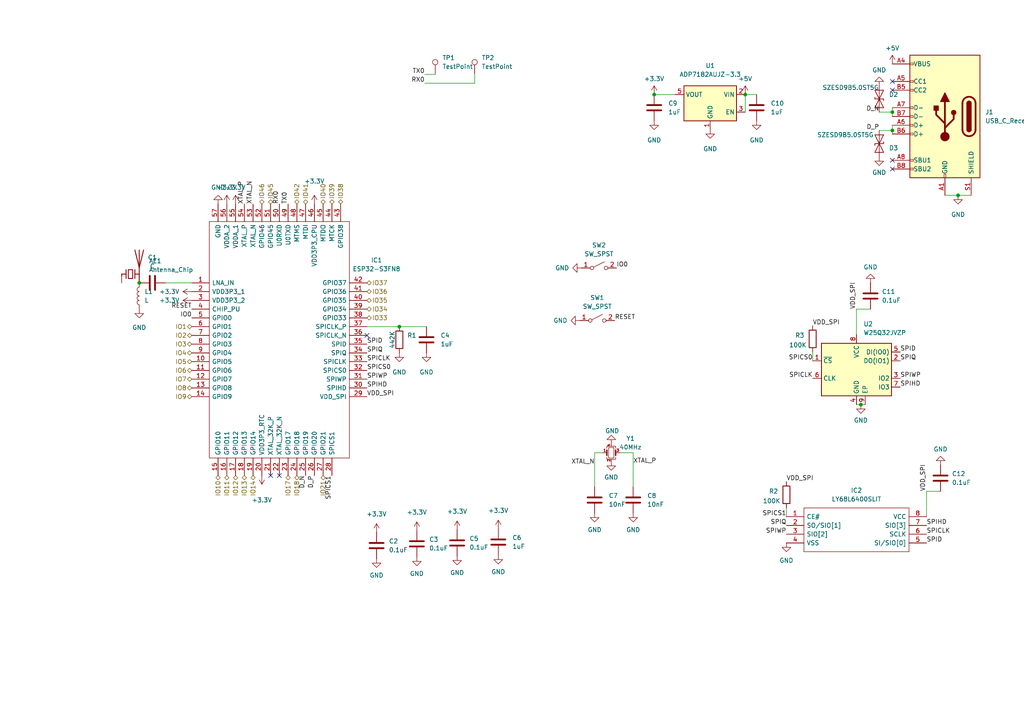
<source format=kicad_sch>
(kicad_sch (version 20211123) (generator eeschema)
  (paper "A4")
  (lib_symbols
    (symbol "Connector:TestPoint" (pin_numbers hide) (pin_names (offset 0.762) hide)
      (property "Reference" "TP" (at 0 6.858 0))
      (property "Value" "TestPoint" (at 0 5.08 0))
      (symbol "TestPoint_0_1"
        (circle (center 0 3.302) (radius 0.762))
      )
      (symbol "TestPoint_1_1"
        (pin passive line (at 0 0 90) (length 2.54) (name "1") (number "1"))
      )
    )
    (symbol "Connector:USB_C_Receptacle_USB2.0" (pin_names (offset 1.016))
      (property "Reference" "J" (at -10.16 19.05 0))
      (property "Value" "USB_C_Receptacle_USB2.0" (at 19.05 19.05 0))
      (symbol "USB_C_Receptacle_USB2.0_0_0"
        (rectangle (start -0.254 -17.78) (end 0.254 -16.764))
        (rectangle (start 10.16 -14.986) (end 9.144 -15.494))
        (rectangle (start 10.16 -12.446) (end 9.144 -12.954))
        (rectangle (start 10.16 -4.826) (end 9.144 -5.334))
        (rectangle (start 10.16 -2.286) (end 9.144 -2.794))
        (rectangle (start 10.16 0.254) (end 9.144 -0.254))
        (rectangle (start 10.16 2.794) (end 9.144 2.286))
        (rectangle (start 10.16 7.874) (end 9.144 7.366))
        (rectangle (start 10.16 10.414) (end 9.144 9.906))
        (rectangle (start 10.16 15.494) (end 9.144 14.986))
      )
      (symbol "USB_C_Receptacle_USB2.0_0_1"
        (rectangle (start -10.16 17.78) (end 10.16 -17.78) (stroke (width 0.254)) (fill (type background)))
        (arc (start -8.89 -3.81) (mid -6.985 -5.715) (end -5.08 -3.81) (stroke (width 0.508)))
        (arc (start -7.62 -3.81) (mid -6.985 -4.445) (end -6.35 -3.81) (stroke (width 0.254)))
        (arc (start -7.62 -3.81) (mid -6.985 -4.445) (end -6.35 -3.81) (stroke (width 0.254)) (fill (type outline)))
        (rectangle (start -7.62 -3.81) (end -6.35 3.81) (stroke (width 0.254)) (fill (type outline)))
        (arc (start -6.35 3.81) (mid -6.985 4.445) (end -7.62 3.81) (stroke (width 0.254)))
        (arc (start -6.35 3.81) (mid -6.985 4.445) (end -7.62 3.81) (stroke (width 0.254)) (fill (type outline)))
        (arc (start -5.08 3.81) (mid -6.985 5.715) (end -8.89 3.81) (stroke (width 0.508)))
        (circle (center -2.54 1.143) (radius 0.635) (stroke (width 0.254)) (fill (type outline)))
        (circle (center 0 -5.842) (radius 1.27) (fill (type outline)))
        (polyline (pts (xy -8.89 -3.81) (xy -8.89 3.81)) (stroke (width 0.508)))
        (polyline (pts (xy -5.08 3.81) (xy -5.08 -3.81)) (stroke (width 0.508)))
        (polyline (pts (xy 0 -5.842) (xy 0 4.318)) (stroke (width 0.508)))
        (polyline (pts (xy 0 -3.302) (xy -2.54 -0.762) (xy -2.54 0.508)) (stroke (width 0.508)))
        (polyline (pts (xy 0 -2.032) (xy 2.54 0.508) (xy 2.54 1.778)) (stroke (width 0.508)))
        (polyline (pts (xy -1.27 4.318) (xy 0 6.858) (xy 1.27 4.318) (xy -1.27 4.318)) (stroke (width 0.254)) (fill (type outline)))
        (rectangle (start 1.905 1.778) (end 3.175 3.048) (stroke (width 0.254)) (fill (type outline)))
      )
      (symbol "USB_C_Receptacle_USB2.0_1_1"
        (pin passive line (at 0 -22.86 90) (length 5.08) (name "GND") (number "A1"))
        (pin passive line (at 0 -22.86 90) (length 5.08) hide (name "GND") (number "A12"))
        (pin passive line (at 15.24 15.24 180) (length 5.08) (name "VBUS") (number "A4"))
        (pin bidirectional line (at 15.24 10.16 180) (length 5.08) (name "CC1") (number "A5"))
        (pin bidirectional line (at 15.24 -2.54 180) (length 5.08) (name "D+") (number "A6"))
        (pin bidirectional line (at 15.24 2.54 180) (length 5.08) (name "D-") (number "A7"))
        (pin bidirectional line (at 15.24 -12.7 180) (length 5.08) (name "SBU1") (number "A8"))
        (pin passive line (at 15.24 15.24 180) (length 5.08) hide (name "VBUS") (number "A9"))
        (pin passive line (at 0 -22.86 90) (length 5.08) hide (name "GND") (number "B1"))
        (pin passive line (at 0 -22.86 90) (length 5.08) hide (name "GND") (number "B12"))
        (pin passive line (at 15.24 15.24 180) (length 5.08) hide (name "VBUS") (number "B4"))
        (pin bidirectional line (at 15.24 7.62 180) (length 5.08) (name "CC2") (number "B5"))
        (pin bidirectional line (at 15.24 -5.08 180) (length 5.08) (name "D+") (number "B6"))
        (pin bidirectional line (at 15.24 0 180) (length 5.08) (name "D-") (number "B7"))
        (pin bidirectional line (at 15.24 -15.24 180) (length 5.08) (name "SBU2") (number "B8"))
        (pin passive line (at 15.24 15.24 180) (length 5.08) hide (name "VBUS") (number "B9"))
        (pin passive line (at -7.62 -22.86 90) (length 5.08) (name "SHIELD") (number "S1"))
      )
    )
    (symbol "Device:Antenna_Chip" (pin_numbers hide) (pin_names (offset 1.016) hide)
      (property "Reference" "AE" (at 0 5.08 0))
      (property "Value" "Antenna_Chip" (at 0 3.175 0))
      (symbol "Antenna_Chip_0_1"
        (polyline (pts (xy -2.54 0) (xy -2.54 -0.635)) (stroke (width 0.254)))
        (polyline (pts (xy -2.54 0) (xy -1.27 0)) (stroke (width 0.254)))
        (polyline (pts (xy 1.27 0) (xy 2.54 0)) (stroke (width 0.254)))
        (polyline (pts (xy 1.27 1.27) (xy 1.27 -1.27)) (stroke (width 0.254)))
        (polyline (pts (xy 2.54 -0.635) (xy 2.54 0)))
        (polyline (pts (xy 2.54 6.985) (xy 2.54 -1.905)) (stroke (width 0.254)))
        (polyline (pts (xy -1.27 1.27) (xy -1.27 -1.27) (xy -1.27 0)) (stroke (width 0.254)))
        (polyline (pts (xy 3.81 6.985) (xy 2.54 1.905) (xy 1.27 6.985)) (stroke (width 0.254)))
        (polyline (pts (xy -0.635 1.27) (xy 0.635 1.27) (xy 0.635 -1.27) (xy -0.635 -1.27) (xy -0.635 1.27)) (stroke (width 0.254)))
      )
      (symbol "Antenna_Chip_1_1"
        (pin input line (at -2.54 -2.54 90) (length 2.54) (name "FEED") (number "1"))
        (pin passive line (at 2.54 -2.54 90) (length 2.54) (name "PCB_Trace") (number "2"))
      )
    )
    (symbol "Device:C" (pin_numbers hide) (pin_names (offset 0.254))
      (property "Reference" "C" (at 0.635 2.54 0))
      (property "Value" "C" (at 0.635 -2.54 0))
      (symbol "C_0_1"
        (polyline (pts (xy -2.032 -0.762) (xy 2.032 -0.762)) (stroke (width 0.508)))
        (polyline (pts (xy -2.032 0.762) (xy 2.032 0.762)) (stroke (width 0.508)))
      )
      (symbol "C_1_1"
        (pin passive line (at 0 3.81 270) (length 2.794) (name "~") (number "1"))
        (pin passive line (at 0 -3.81 90) (length 2.794) (name "~") (number "2"))
      )
    )
    (symbol "Device:Crystal_GND24_Small" (pin_names (offset 1.016) hide)
      (property "Reference" "Y" (at 1.27 4.445 0))
      (property "Value" "Crystal_GND24_Small" (at 1.27 2.54 0))
      (symbol "Crystal_GND24_Small_0_1"
        (rectangle (start -0.762 -1.524) (end 0.762 1.524))
        (polyline (pts (xy -1.27 -0.762) (xy -1.27 0.762)) (stroke (width 0.381)))
        (polyline (pts (xy 1.27 -0.762) (xy 1.27 0.762)) (stroke (width 0.381)))
        (polyline (pts (xy -1.27 -1.27) (xy -1.27 -1.905) (xy 1.27 -1.905) (xy 1.27 -1.27)))
        (polyline (pts (xy -1.27 1.27) (xy -1.27 1.905) (xy 1.27 1.905) (xy 1.27 1.27)))
      )
      (symbol "Crystal_GND24_Small_1_1"
        (pin passive line (at -2.54 0 0) (length 1.27) (name "1") (number "1"))
        (pin passive line (at 0 -2.54 90) (length 0.635) (name "2") (number "2"))
        (pin passive line (at 2.54 0 180) (length 1.27) (name "3") (number "3"))
        (pin passive line (at 0 2.54 270) (length 0.635) (name "4") (number "4"))
      )
    )
    (symbol "Device:L" (pin_numbers hide) (pin_names (offset 1.016) hide)
      (property "Reference" "L" (at -1.27 0 90))
      (property "Value" "L" (at 1.905 0 90))
      (symbol "L_0_1"
        (arc (start 0 -2.54) (mid 0.635 -1.905) (end 0 -1.27))
        (arc (start 0 -1.27) (mid 0.635 -0.635) (end 0 0))
        (arc (start 0 0) (mid 0.635 0.635) (end 0 1.27))
        (arc (start 0 1.27) (mid 0.635 1.905) (end 0 2.54))
      )
      (symbol "L_1_1"
        (pin passive line (at 0 3.81 270) (length 1.27) (name "1") (number "1"))
        (pin passive line (at 0 -3.81 90) (length 1.27) (name "2") (number "2"))
      )
    )
    (symbol "Device:R" (pin_numbers hide) (pin_names (offset 0))
      (property "Reference" "R" (at 2.032 0 90))
      (property "Value" "R" (at 0 0 90))
      (symbol "R_0_1"
        (rectangle (start -1.016 -2.54) (end 1.016 2.54) (stroke (width 0.254)))
      )
      (symbol "R_1_1"
        (pin passive line (at 0 3.81 270) (length 1.27) (name "~") (number "1"))
        (pin passive line (at 0 -3.81 90) (length 1.27) (name "~") (number "2"))
      )
    )
    (symbol "Diode:SZESD9B5.0ST5G" (pin_numbers hide) (pin_names (offset 1.016) hide)
      (property "Reference" "D" (at 0 2.54 0))
      (property "Value" "SZESD9B5.0ST5G" (at 0 -2.54 0))
      (symbol "SZESD9B5.0ST5G_0_1"
        (polyline (pts (xy 1.27 0) (xy -1.27 0)))
        (polyline (pts (xy -2.54 -1.27) (xy 0 0) (xy -2.54 1.27) (xy -2.54 -1.27)) (stroke (width 0.2032)))
        (polyline (pts (xy 0.508 1.27) (xy 0 1.27) (xy 0 -1.27) (xy -0.508 -1.27)) (stroke (width 0.2032)))
        (polyline (pts (xy 2.54 1.27) (xy 2.54 -1.27) (xy 0 0) (xy 2.54 1.27)) (stroke (width 0.2032)))
      )
      (symbol "SZESD9B5.0ST5G_1_1"
        (pin passive line (at -3.81 0 0) (length 2.54) (name "A1") (number "1"))
        (pin passive line (at 3.81 0 180) (length 2.54) (name "A2") (number "2"))
      )
    )
    (symbol "ESP32-S3FN8:ESP32-S3FN8" (pin_names (offset 0.762))
      (property "Reference" "IC" (at 46.99 22.86 0))
      (property "Value" "ESP32-S3FN8" (at 46.99 20.32 0))
      (symbol "ESP32-S3FN8_0_0"
        (pin passive line (at 0 0 0) (length 5.08) (name "LNA_IN") (number "1"))
        (pin passive line (at 0 -22.86 0) (length 5.08) (name "GPIO5") (number "10"))
        (pin passive line (at 0 -25.4 0) (length 5.08) (name "GPIO6") (number "11"))
        (pin passive line (at 0 -27.94 0) (length 5.08) (name "GPIO7") (number "12"))
        (pin passive line (at 0 -30.48 0) (length 5.08) (name "GPIO8") (number "13"))
        (pin passive line (at 0 -33.02 0) (length 5.08) (name "GPIO9") (number "14"))
        (pin passive line (at 7.62 -55.88 90) (length 5.08) (name "GPIO10") (number "15"))
        (pin passive line (at 10.16 -55.88 90) (length 5.08) (name "GPIO11") (number "16"))
        (pin passive line (at 12.7 -55.88 90) (length 5.08) (name "GPIO12") (number "17"))
        (pin passive line (at 15.24 -55.88 90) (length 5.08) (name "GPIO13") (number "18"))
        (pin passive line (at 17.78 -55.88 90) (length 5.08) (name "GPIO14") (number "19"))
        (pin passive line (at 0 -2.54 0) (length 5.08) (name "VDD3P3_1") (number "2"))
        (pin passive line (at 20.32 -55.88 90) (length 5.08) (name "VDD3P3_RTC") (number "20"))
        (pin passive line (at 22.86 -55.88 90) (length 5.08) (name "XTAL_32K_P") (number "21"))
        (pin passive line (at 25.4 -55.88 90) (length 5.08) (name "XTAL_32K_N") (number "22"))
        (pin passive line (at 27.94 -55.88 90) (length 5.08) (name "GPIO17") (number "23"))
        (pin passive line (at 30.48 -55.88 90) (length 5.08) (name "GPIO18") (number "24"))
        (pin passive line (at 33.02 -55.88 90) (length 5.08) (name "GPIO19") (number "25"))
        (pin passive line (at 35.56 -55.88 90) (length 5.08) (name "GPIO20") (number "26"))
        (pin passive line (at 38.1 -55.88 90) (length 5.08) (name "GPIO21") (number "27"))
        (pin passive line (at 40.64 -55.88 90) (length 5.08) (name "SPICS1") (number "28"))
        (pin passive line (at 50.8 -33.02 180) (length 5.08) (name "VDD_SPI") (number "29"))
        (pin passive line (at 0 -5.08 0) (length 5.08) (name "VDD3P3_2") (number "3"))
        (pin passive line (at 50.8 -30.48 180) (length 5.08) (name "SPIHD") (number "30"))
        (pin passive line (at 50.8 -27.94 180) (length 5.08) (name "SPIWP") (number "31"))
        (pin passive line (at 50.8 -25.4 180) (length 5.08) (name "SPICS0") (number "32"))
        (pin passive line (at 50.8 -22.86 180) (length 5.08) (name "SPICLK") (number "33"))
        (pin passive line (at 50.8 -20.32 180) (length 5.08) (name "SPIQ") (number "34"))
        (pin passive line (at 50.8 -17.78 180) (length 5.08) (name "SPID") (number "35"))
        (pin passive line (at 50.8 -15.24 180) (length 5.08) (name "SPICLK_N") (number "36"))
        (pin passive line (at 50.8 -12.7 180) (length 5.08) (name "SPICLK_P") (number "37"))
        (pin passive line (at 50.8 -10.16 180) (length 5.08) (name "GPIO33") (number "38"))
        (pin passive line (at 50.8 -7.62 180) (length 5.08) (name "GPIO34") (number "39"))
        (pin passive line (at 0 -7.62 0) (length 5.08) (name "CHIP_PU") (number "4"))
        (pin passive line (at 50.8 -5.08 180) (length 5.08) (name "GPIO35") (number "40"))
        (pin passive line (at 50.8 -2.54 180) (length 5.08) (name "GPIO36") (number "41"))
        (pin passive line (at 50.8 0 180) (length 5.08) (name "GPIO37") (number "42"))
        (pin passive line (at 43.18 22.86 270) (length 5.08) (name "GPIO38") (number "43"))
        (pin passive line (at 40.64 22.86 270) (length 5.08) (name "MTCK") (number "44"))
        (pin passive line (at 38.1 22.86 270) (length 5.08) (name "MTDO") (number "45"))
        (pin passive line (at 35.56 22.86 270) (length 5.08) (name "VDD3P3_CPU") (number "46"))
        (pin passive line (at 33.02 22.86 270) (length 5.08) (name "MTDI") (number "47"))
        (pin passive line (at 30.48 22.86 270) (length 5.08) (name "MTMS") (number "48"))
        (pin passive line (at 27.94 22.86 270) (length 5.08) (name "U0TXD") (number "49"))
        (pin passive line (at 0 -10.16 0) (length 5.08) (name "GPIO0") (number "5"))
        (pin passive line (at 25.4 22.86 270) (length 5.08) (name "U0RXD") (number "50"))
        (pin passive line (at 22.86 22.86 270) (length 5.08) (name "GPIO45") (number "51"))
        (pin passive line (at 20.32 22.86 270) (length 5.08) (name "GPIO46") (number "52"))
        (pin passive line (at 17.78 22.86 270) (length 5.08) (name "XTAL_N") (number "53"))
        (pin passive line (at 15.24 22.86 270) (length 5.08) (name "XTAL_P") (number "54"))
        (pin passive line (at 12.7 22.86 270) (length 5.08) (name "VDDA_1") (number "55"))
        (pin passive line (at 10.16 22.86 270) (length 5.08) (name "VDDA_2") (number "56"))
        (pin passive line (at 7.62 22.86 270) (length 5.08) (name "GND") (number "57"))
        (pin passive line (at 0 -12.7 0) (length 5.08) (name "GPIO1") (number "6"))
        (pin passive line (at 0 -15.24 0) (length 5.08) (name "GPIO2") (number "7"))
        (pin passive line (at 0 -17.78 0) (length 5.08) (name "GPIO3") (number "8"))
        (pin passive line (at 0 -20.32 0) (length 5.08) (name "GPIO4") (number "9"))
      )
      (symbol "ESP32-S3FN8_0_1"
        (polyline (pts (xy 5.08 17.78) (xy 45.72 17.78) (xy 45.72 -50.8) (xy 5.08 -50.8) (xy 5.08 17.78)) (stroke (width 0.1524)))
      )
    )
    (symbol "LY68L6400SLIT:LY68L6400SLIT" (pin_names (offset 0.762))
      (property "Reference" "IC" (at 36.83 7.62 0))
      (property "Value" "LY68L6400SLIT" (at 36.83 5.08 0))
      (symbol "LY68L6400SLIT_0_0"
        (pin passive line (at 0 0 0) (length 5.08) (name "CE#") (number "1"))
        (pin passive line (at 0 -2.54 0) (length 5.08) (name "SO/SIO[1]") (number "2"))
        (pin passive line (at 0 -5.08 0) (length 5.08) (name "SIO[2]") (number "3"))
        (pin passive line (at 0 -7.62 0) (length 5.08) (name "VSS") (number "4"))
        (pin passive line (at 40.64 -7.62 180) (length 5.08) (name "SI/SIO[0]") (number "5"))
        (pin passive line (at 40.64 -5.08 180) (length 5.08) (name "SCLK") (number "6"))
        (pin passive line (at 40.64 -2.54 180) (length 5.08) (name "SIO[3]") (number "7"))
        (pin passive line (at 40.64 0 180) (length 5.08) (name "VCC") (number "8"))
      )
      (symbol "LY68L6400SLIT_0_1"
        (polyline (pts (xy 5.08 2.54) (xy 35.56 2.54) (xy 35.56 -10.16) (xy 5.08 -10.16) (xy 5.08 2.54)) (stroke (width 0.1524)))
      )
    )
    (symbol "Memory_Flash:W25Q32JVZP"
      (property "Reference" "U" (at -8.89 8.89 0))
      (property "Value" "W25Q32JVZP" (at 7.62 8.89 0))
      (symbol "W25Q32JVZP_0_1"
        (rectangle (start -10.16 7.62) (end 10.16 -7.62) (stroke (width 0.254)) (fill (type background)))
      )
      (symbol "W25Q32JVZP_1_1"
        (pin input line (at -12.7 2.54 0) (length 2.54) (name "~{CS}") (number "1"))
        (pin bidirectional line (at 12.7 2.54 180) (length 2.54) (name "DO(IO1)") (number "2"))
        (pin bidirectional line (at 12.7 -2.54 180) (length 2.54) (name "IO2") (number "3"))
        (pin power_in line (at 0 -10.16 90) (length 2.54) (name "GND") (number "4"))
        (pin bidirectional line (at 12.7 5.08 180) (length 2.54) (name "DI(IO0)") (number "5"))
        (pin input line (at -12.7 -2.54 0) (length 2.54) (name "CLK") (number "6"))
        (pin bidirectional line (at 12.7 -5.08 180) (length 2.54) (name "IO3") (number "7"))
        (pin power_in line (at 0 10.16 270) (length 2.54) (name "VCC") (number "8"))
        (pin passive line (at 2.54 -10.16 90) (length 2.54) (name "EP") (number "9"))
      )
    )
    (symbol "Regulator_Linear:ADP7182AUJZ-3.3"
      (property "Reference" "U" (at 0 -7.62 0))
      (property "Value" "ADP7182AUJZ-3.3" (at 0 -6.35 0))
      (symbol "ADP7182AUJZ-3.3_0_1"
        (rectangle (start -7.62 5.08) (end 7.62 -5.08) (stroke (width 0.254)) (fill (type background)))
      )
      (symbol "ADP7182AUJZ-3.3_1_1"
        (pin power_in line (at 0 7.62 270) (length 2.54) (name "GND") (number "1"))
        (pin power_in line (at -10.16 -2.54 0) (length 2.54) (name "VIN") (number "2"))
        (pin input line (at -10.16 2.54 0) (length 2.54) (name "EN") (number "3"))
        (pin no_connect line (at 7.62 0 180) (length 2.54) hide (name "NC") (number "4"))
        (pin power_out line (at 10.16 -2.54 180) (length 2.54) (name "VOUT") (number "5"))
      )
    )
    (symbol "Switch:SW_SPST" (pin_names (offset 0) hide)
      (property "Reference" "SW" (at 0 3.175 0))
      (property "Value" "SW_SPST" (at 0 -2.54 0))
      (symbol "SW_SPST_0_0"
        (circle (center -2.032 0) (radius 0.508))
        (polyline (pts (xy -1.524 0.254) (xy 1.524 1.778)))
        (circle (center 2.032 0) (radius 0.508))
      )
      (symbol "SW_SPST_1_1"
        (pin passive line (at -5.08 0 0) (length 2.54) (name "A") (number "1"))
        (pin passive line (at 5.08 0 180) (length 2.54) (name "B") (number "2"))
      )
    )
    (symbol "power:+3.3V" (power) (pin_names (offset 0))
      (property "Value" "+3.3V" (at 0 3.556 0))
      (symbol "+3.3V_0_1"
        (polyline (pts (xy -0.762 1.27) (xy 0 2.54)))
        (polyline (pts (xy 0 0) (xy 0 2.54)))
        (polyline (pts (xy 0 2.54) (xy 0.762 1.27)))
      )
      (symbol "+3.3V_1_1"
        (pin power_in line (at 0 0 90) (length 0) hide (name "+3.3V") (number "1"))
      )
    )
    (symbol "power:+5V" (power) (pin_names (offset 0))
      (property "Value" "+5V" (at 0 3.556 0))
      (symbol "+5V_0_1"
        (polyline (pts (xy -0.762 1.27) (xy 0 2.54)))
        (polyline (pts (xy 0 0) (xy 0 2.54)))
        (polyline (pts (xy 0 2.54) (xy 0.762 1.27)))
      )
      (symbol "+5V_1_1"
        (pin power_in line (at 0 0 90) (length 0) hide (name "+5V") (number "1"))
      )
    )
    (symbol "power:GND" (power) (pin_names (offset 0))
      (property "Value" "GND" (at 0 -3.81 0))
      (symbol "GND_0_1"
        (polyline (pts (xy 0 0) (xy 0 -1.27) (xy 1.27 -1.27) (xy 0 -2.54) (xy -1.27 -1.27) (xy 0 -1.27)))
      )
      (symbol "GND_1_1"
        (pin power_in line (at 0 0 270) (length 0) hide (name "GND") (number "1"))
      )
    )
  )
  (junction (at 216.154 27.432))
  (junction (at 189.738 27.432))
  (junction (at 40.386 82.042))
  (junction (at 277.876 56.642))
  (junction (at 249.682 117.348))
  (junction (at 258.826 32.512))
  (junction (at 115.824 94.742))
  (junction (at 258.826 37.846))
  (no_connect (at 258.826 26.162))
  (no_connect (at 258.826 23.622))
  (no_connect (at 106.426 97.282))
  (no_connect (at 258.826 49.022))
  (no_connect (at 258.826 46.482))
  (no_connect (at 78.486 137.922))
  (no_connect (at 81.026 137.922))
  (wire (pts (xy 274.066 56.642) (xy 277.876 56.642)))
  (wire (pts (xy 235.712 102.108) (xy 235.712 104.648)))
  (wire (pts (xy 277.876 56.642) (xy 281.686 56.642)))
  (wire (pts (xy 268.732 142.494) (xy 272.796 142.494)))
  (wire (pts (xy 126.238 21.59) (xy 126.238 21.336)))
  (wire (pts (xy 258.826 37.846) (xy 258.826 38.862)))
  (wire (pts (xy 248.412 89.662) (xy 248.412 97.028)))
  (wire (pts (xy 183.642 131.318) (xy 183.642 141.224)))
  (wire (pts (xy 137.668 21.336) (xy 137.668 24.13)))
  (wire (pts (xy 248.412 117.348) (xy 249.682 117.348)))
  (wire (pts (xy 258.826 36.322) (xy 258.826 37.846)))
  (wire (pts (xy 249.682 117.348) (xy 250.952 117.348)))
  (wire (pts (xy 137.668 24.13) (xy 123.19 24.13)))
  (wire (pts (xy 255.016 37.846) (xy 258.826 37.846)))
  (wire (pts (xy 174.752 131.318) (xy 172.466 131.318)))
  (wire (pts (xy 258.826 31.242) (xy 258.826 32.512)))
  (wire (pts (xy 115.824 94.742) (xy 123.698 94.742)))
  (wire (pts (xy 106.426 94.742) (xy 115.824 94.742)))
  (wire (pts (xy 258.826 32.512) (xy 258.826 33.782)))
  (wire (pts (xy 216.154 27.432) (xy 216.154 32.512)))
  (wire (pts (xy 255.016 32.512) (xy 258.826 32.512)))
  (wire (pts (xy 179.832 131.318) (xy 183.642 131.318)))
  (wire (pts (xy 268.732 142.494) (xy 268.732 149.86)))
  (wire (pts (xy 189.738 27.432) (xy 195.834 27.432)))
  (wire (pts (xy 172.466 131.318) (xy 172.466 141.224)))
  (wire (pts (xy 123.19 21.59) (xy 126.238 21.59)))
  (wire (pts (xy 48.006 82.042) (xy 55.626 82.042)))
  (wire (pts (xy 216.154 27.432) (xy 219.456 27.432)))
  (wire (pts (xy 228.092 147.32) (xy 228.092 149.86)))
  (wire (pts (xy 248.412 89.662) (xy 252.476 89.662)))
  (label "XTAL_P" (at 70.866 59.182 90))
  (label "SPICLK" (at 106.426 104.902 0))
  (label "SPID" (at 106.426 99.822 0))
  (label "SPICS0" (at 106.426 107.442 0))
  (label "VDD_SPI" (at 106.426 115.062 0))
  (label "SPICS1" (at 96.266 137.922 270))
  (label "SPIHD" (at 268.732 152.4 0))
  (label "VDD_SPI" (at 248.412 89.662 90))
  (label "TX0" (at 83.566 59.182 90))
  (label "SPIHD" (at 106.426 112.522 0))
  (label "SPIQ" (at 106.426 102.362 0))
  (label "TX0" (at 123.19 21.59 180))
  (label "SPIWP" (at 261.112 109.728 0))
  (label "IO0" (at 55.626 92.202 180))
  (label "XTAL_P" (at 183.642 134.62 0))
  (label "RESET" (at 178.308 92.964 0))
  (label "SPICS0" (at 235.712 104.648 180))
  (label "SPICS1" (at 228.092 149.86 180))
  (label "D_N" (at 88.646 137.922 270))
  (label "SPIQ" (at 261.112 104.648 0))
  (label "SPIQ" (at 228.092 152.4 180))
  (label "XTAL_N" (at 73.406 59.182 90))
  (label "SPID" (at 261.112 102.108 0))
  (label "SPIWP" (at 106.426 109.982 0))
  (label "D_P" (at 91.186 137.922 270))
  (label "SPID" (at 268.732 157.48 0))
  (label "RX0" (at 123.19 24.13 180))
  (label "RESET" (at 55.626 89.662 180))
  (label "IO0" (at 178.816 77.724 0))
  (label "VDD_SPI" (at 235.712 94.488 0))
  (label "SPICLK" (at 235.712 109.728 180))
  (label "D_N" (at 255.016 32.512 180))
  (label "VDD_SPI" (at 228.092 139.7 0))
  (label "D_P" (at 255.016 37.846 180))
  (label "VDD_SPI" (at 268.732 142.494 90))
  (label "XTAL_N" (at 172.466 134.874 180))
  (label "SPIWP" (at 228.092 154.94 180))
  (label "RX0" (at 81.026 59.182 90))
  (label "SPICLK" (at 268.732 154.94 0))
  (label "SPIHD" (at 261.112 112.268 0))
  (hierarchical_label "IO9" (shape bidirectional) (at 55.626 115.062 180))
  (hierarchical_label "IO39" (shape bidirectional) (at 96.266 59.182 90))
  (hierarchical_label "IO37" (shape bidirectional) (at 106.426 82.042 0))
  (hierarchical_label "IO33" (shape bidirectional) (at 106.426 92.202 0))
  (hierarchical_label "IO42" (shape bidirectional) (at 86.106 59.182 90))
  (hierarchical_label "IO17" (shape bidirectional) (at 83.566 137.922 270))
  (hierarchical_label "IO34" (shape bidirectional) (at 106.426 89.662 0))
  (hierarchical_label "IO35" (shape bidirectional) (at 106.426 87.122 0))
  (hierarchical_label "IO46" (shape bidirectional) (at 75.946 59.182 90))
  (hierarchical_label "IO3" (shape bidirectional) (at 55.626 99.822 180))
  (hierarchical_label "IO4" (shape bidirectional) (at 55.626 102.362 180))
  (hierarchical_label "IO14" (shape bidirectional) (at 73.406 137.922 270))
  (hierarchical_label "IO7" (shape bidirectional) (at 55.626 109.982 180))
  (hierarchical_label "IO6" (shape bidirectional) (at 55.626 107.442 180))
  (hierarchical_label "IO13" (shape bidirectional) (at 70.866 137.922 270))
  (hierarchical_label "IO5" (shape bidirectional) (at 55.626 104.902 180))
  (hierarchical_label "IO12" (shape bidirectional) (at 68.326 137.922 270))
  (hierarchical_label "IO8" (shape bidirectional) (at 55.626 112.522 180))
  (hierarchical_label "IO36" (shape bidirectional) (at 106.426 84.582 0))
  (hierarchical_label "IO2" (shape bidirectional) (at 55.626 97.282 180))
  (hierarchical_label "IO38" (shape bidirectional) (at 98.806 59.182 90))
  (hierarchical_label "IO21" (shape bidirectional) (at 93.726 137.922 270))
  (hierarchical_label "IO11" (shape bidirectional) (at 65.786 137.922 270))
  (hierarchical_label "IO10" (shape bidirectional) (at 63.246 137.922 270))
  (hierarchical_label "IO18" (shape bidirectional) (at 86.106 137.922 270))
  (hierarchical_label "IO41" (shape bidirectional) (at 88.646 59.182 90))
  (hierarchical_label "IO40" (shape bidirectional) (at 93.726 59.182 90))
  (hierarchical_label "IO1" (shape bidirectional) (at 55.626 94.742 180))
  (hierarchical_label "IO45" (shape bidirectional) (at 78.486 59.182 90))
  (symbol (lib_id "Connector:USB_C_Receptacle_USB2.0") (at 274.066 33.782 0) (mirror y) (unit 1)
    (property "Reference" "J1" (at 285.75 32.5119 0) (effects (justify right)))
    (property "Value" "USB_C_Receptacle_USB2.0" (at 285.75 35.0519 0) (effects (justify right)))
    (property "Footprint" "Connector_USB:USB_C_Receptacle_XKB_U262-16XN-4BVC11" (effects hide))
    (property "Datasheet" "https://www.usb.org/sites/default/files/documents/usb_type-c.zip" (effects hide))
  )
  (symbol (lib_id "Device:C") (at 252.476 85.852 0) (unit 1)
    (property "Reference" "C11" (at 255.778 84.5819 0) (effects (justify left)))
    (property "Value" "0.1uF" (at 255.778 87.1219 0) (effects (justify left)))
    (property "Footprint" "Capacitor_SMD:C_0402_1005Metric" (effects hide))
  )
  (symbol (lib_id "power:+3.3V") (at 144.526 153.416 0) (unit 1)
    (property "Reference" "#PWR019" (effects hide))
    (property "Value" "+3.3V" (at 144.526 148.082 0))
  )
  (symbol (lib_id "power:GND") (at 255.016 45.466 0) (mirror y) (unit 1)
    (property "Reference" "#PWR036" (effects hide))
    (property "Value" "GND" (at 255.016 50.038 0))
  )
  (symbol (lib_id "power:GND") (at 255.016 24.892 180) (unit 1)
    (property "Reference" "#PWR035" (effects hide))
    (property "Value" "GND" (at 255.016 20.32 0))
  )
  (symbol (lib_id "power:GND") (at 277.876 56.642 0) (unit 1)
    (property "Reference" "#PWR039" (effects hide))
    (property "Value" "GND" (at 277.876 62.23 0))
  )
  (symbol (lib_id "power:GND") (at 115.824 102.362 0) (unit 1)
    (property "Reference" "#PWR013" (effects hide))
    (property "Value" "GND" (at 115.824 107.95 0))
  )
  (symbol (lib_id "power:GND") (at 177.292 128.778 180) (unit 1)
    (property "Reference" "#PWR024" (effects hide))
    (property "Value" "GND" (at 175.514 124.968 0) (effects (justify right)))
  )
  (symbol (lib_id "power:GND") (at 252.476 82.042 180) (unit 1)
    (property "Reference" "#PWR034" (effects hide))
    (property "Value" "GND" (at 252.476 77.47 0))
  )
  (symbol (lib_id "power:GND") (at 120.904 161.544 0) (unit 1)
    (property "Reference" "#PWR015" (effects hide))
    (property "Value" "GND" (at 120.904 166.37 0))
  )
  (symbol (lib_id "Connector:TestPoint") (at 137.668 21.336 0) (unit 1)
    (property "Reference" "TP2" (at 139.7 16.7639 0) (effects (justify left)))
    (property "Value" "TestPoint" (at 139.7 19.3039 0) (effects (justify left)))
    (property "Footprint" "TestPoint:TestPoint_Pad_D2.5mm" (effects hide))
  )
  (symbol (lib_id "power:+3.3V") (at 189.738 27.432 0) (unit 1)
    (property "Reference" "#PWR027" (effects hide))
    (property "Value" "+3.3V" (at 189.738 22.86 0))
  )
  (symbol (lib_id "Switch:SW_SPST") (at 173.228 92.964 0) (unit 1)
    (property "Reference" "SW1" (at 173.228 86.36 0))
    (property "Value" "SW_SPST" (at 173.228 88.9 0))
    (property "Footprint" "Button_Switch_SMD:SW_SPST_B3U-1000P-B" (effects hide))
  )
  (symbol (lib_id "Regulator_Linear:ADP7182AUJZ-3.3") (at 205.994 29.972 180) (unit 1)
    (property "Reference" "U1" (at 205.994 19.05 0))
    (property "Value" "ADP7182AUJZ-3.3" (at 205.994 21.59 0))
    (property "Footprint" "Package_TO_SOT_SMD:TSOT-23-5" (effects hide))
    (property "Datasheet" "https://www.analog.com/media/en/technical-documentation/data-sheets/ADP7182.pdf" (effects hide))
  )
  (symbol (lib_id "power:GND") (at 109.22 162.052 0) (unit 1)
    (property "Reference" "#PWR012" (effects hide))
    (property "Value" "GND" (at 109.22 166.878 0))
  )
  (symbol (lib_id "Device:C") (at 120.904 157.734 0) (unit 1)
    (property "Reference" "C3" (at 124.46 156.4639 0) (effects (justify left)))
    (property "Value" "0.1uF" (at 124.46 159.0039 0) (effects (justify left)))
    (property "Footprint" "Capacitor_SMD:C_0402_1005Metric" (effects hide))
  )
  (symbol (lib_id "Device:R") (at 115.824 98.552 0) (unit 1)
    (property "Reference" "R1" (at 118.11 97.2819 0) (effects (justify left)))
    (property "Value" "442K" (at 113.792 101.092 90) (effects (justify left)))
    (property "Footprint" "Resistor_SMD:R_0402_1005Metric" (effects hide))
  )
  (symbol (lib_id "Device:R") (at 235.712 98.298 0) (unit 1)
    (property "Reference" "R3" (at 230.632 97.282 0) (effects (justify left)))
    (property "Value" "100K" (at 228.854 100.076 0) (effects (justify left)))
    (property "Footprint" "Resistor_SMD:R_0402_1005Metric" (effects hide))
  )
  (symbol (lib_id "power:+3.3V") (at 109.22 154.432 0) (unit 1)
    (property "Reference" "#PWR011" (effects hide))
    (property "Value" "+3.3V" (at 109.22 149.098 0))
  )
  (symbol (lib_id "power:GND") (at 132.588 161.29 0) (unit 1)
    (property "Reference" "#PWR018" (effects hide))
    (property "Value" "GND" (at 132.588 166.116 0))
  )
  (symbol (lib_id "Device:C") (at 219.456 31.242 0) (unit 1)
    (property "Reference" "C10" (at 223.52 29.9719 0) (effects (justify left)))
    (property "Value" "1uF" (at 223.52 32.5119 0) (effects (justify left)))
    (property "Footprint" "Capacitor_SMD:C_0402_1005Metric" (effects hide))
  )
  (symbol (lib_id "power:GND") (at 40.386 89.662 0) (unit 1)
    (property "Reference" "#PWR03" (effects hide))
    (property "Value" "GND" (at 40.386 94.996 0))
  )
  (symbol (lib_id "ESP32-S3FN8:ESP32-S3FN8") (at 55.626 82.042 0) (unit 1)
    (property "Reference" "IC1" (at 109.22 75.4632 0))
    (property "Value" "ESP32-S3FN8" (at 109.22 78.0032 0))
    (property "Footprint" "esp32-s3:QFN40P700X700X90-57N-D" (effects hide))
    (property "Datasheet" "https://www.espressif.com/sites/default/files/documentation/esp32-s3_datasheet_en.pdf" (effects hide))
    (property "Description" "Espressif Systems [ENGINEERING SAMPLES]SMD IC , Dual-Core MCU, Wi-Fi 2.4G & BLE 5.0 combo, 8 MB Octal SPI PSRAM" (effects hide))
    (property "Height" "0.9" (effects hide))
    (property "Manufacturer_Name" "Espressif Systems" (effects hide))
    (property "Manufacturer_Part_Number" "ESP32-S3FN8" (effects hide))
    (property "Mouser Part Number" "356-ESP32-S3FN8" (effects hide))
    (property "Mouser Price/Stock" "https://www.mouser.co.uk/ProductDetail/Espressif-Systems/ESP32-S3FN8?qs=Rp5uXu7WBW%2F4Oihh5tkiVQ%3D%3D" (effects hide))
  )
  (symbol (lib_id "power:GND") (at 189.738 35.052 0) (unit 1)
    (property "Reference" "#PWR028" (effects hide))
    (property "Value" "GND" (at 189.738 40.64 0))
  )
  (symbol (lib_id "Device:Antenna_Chip") (at 37.846 79.502 0) (unit 1)
    (property "Reference" "AE1" (at 43.18 75.6919 0) (effects (justify left)))
    (property "Value" "Antenna_Chip" (at 43.18 78.2319 0) (effects (justify left)))
    (property "Footprint" "2450AT43F0100:ANTC6020X130N" (effects hide))
  )
  (symbol (lib_id "Device:C") (at 189.738 31.242 0) (unit 1)
    (property "Reference" "C9" (at 193.802 29.9719 0) (effects (justify left)))
    (property "Value" "1uF" (at 193.802 32.5119 0) (effects (justify left)))
    (property "Footprint" "Capacitor_SMD:C_0402_1005Metric" (effects hide))
  )
  (symbol (lib_id "power:+3.3V") (at 55.626 84.582 90) (unit 1)
    (property "Reference" "#PWR04" (effects hide))
    (property "Value" "+3.3V" (at 52.07 84.5819 90) (effects (justify left)))
  )
  (symbol (lib_id "power:GND") (at 168.656 77.724 270) (unit 1)
    (property "Reference" "#PWR022" (effects hide))
    (property "Value" "GND" (at 165.1 77.7239 90) (effects (justify right)))
  )
  (symbol (lib_id "power:GND") (at 272.796 134.874 180) (unit 1)
    (property "Reference" "#PWR038" (effects hide))
    (property "Value" "GND" (at 272.796 130.302 0))
  )
  (symbol (lib_id "power:GND") (at 172.466 148.844 0) (unit 1)
    (property "Reference" "#PWR023" (effects hide))
    (property "Value" "GND" (at 172.466 153.67 0))
  )
  (symbol (lib_id "power:+3.3V") (at 132.588 153.67 0) (unit 1)
    (property "Reference" "#PWR017" (effects hide))
    (property "Value" "+3.3V" (at 132.588 148.336 0))
  )
  (symbol (lib_id "Device:C") (at 132.588 157.48 0) (unit 1)
    (property "Reference" "C5" (at 136.144 156.2099 0) (effects (justify left)))
    (property "Value" "0.1uF" (at 136.144 158.7499 0) (effects (justify left)))
    (property "Footprint" "Capacitor_SMD:C_0402_1005Metric" (effects hide))
  )
  (symbol (lib_id "Device:C") (at 144.526 157.226 0) (unit 1)
    (property "Reference" "C6" (at 148.59 155.9559 0) (effects (justify left)))
    (property "Value" "1uF" (at 148.59 158.4959 0) (effects (justify left)))
    (property "Footprint" "Capacitor_SMD:C_0402_1005Metric" (effects hide))
  )
  (symbol (lib_id "LY68L6400SLIT:LY68L6400SLIT") (at 228.092 149.86 0) (unit 1)
    (property "Reference" "IC2" (at 248.412 142.24 0))
    (property "Value" "LY68L6400SLIT" (at 248.412 144.78 0))
    (property "Footprint" "LY68L6400SLIT:SOIC127P600X175-8N" (effects hide))
    (property "Datasheet" "https://datasheet.lcsc.com/szlcsc/Lyontek-Inc-LY68L6400SLIT_C261881.pdf" (effects hide))
    (property "Description" "AM SRAM 64Mb (8M x 8) SPI/ QPI SOP-8_150mil RoHS" (effects hide))
    (property "Height" "1.75" (effects hide))
    (property "Manufacturer_Name" "Lyontek Inc." (effects hide))
    (property "Manufacturer_Part_Number" "LY68L6400SLIT" (effects hide))
  )
  (symbol (lib_id "Diode:SZESD9B5.0ST5G") (at 255.016 41.656 90) (mirror x) (unit 1)
    (property "Reference" "D3" (at 257.81 42.9261 90) (effects (justify right)))
    (property "Value" "SZESD9B5.0ST5G" (at 236.982 39.116 90) (effects (justify right)))
    (property "Footprint" "Diode_SMD:D_SOD-923" (effects hide))
    (property "Datasheet" "https://www.onsemi.com/pub/Collateral/ESD9B-D.PDF" (effects hide))
  )
  (symbol (lib_id "power:GND") (at 63.246 59.182 180) (unit 1)
    (property "Reference" "#PWR06" (effects hide))
    (property "Value" "GND" (at 63.246 54.356 0))
  )
  (symbol (lib_id "Device:R") (at 228.092 143.51 0) (unit 1)
    (property "Reference" "R2" (at 223.012 142.494 0) (effects (justify left)))
    (property "Value" "100K" (at 221.234 145.288 0) (effects (justify left)))
    (property "Footprint" "Resistor_SMD:R_0402_1005Metric" (effects hide))
  )
  (symbol (lib_id "Connector:TestPoint") (at 126.238 21.336 0) (unit 1)
    (property "Reference" "TP1" (at 128.27 16.7639 0) (effects (justify left)))
    (property "Value" "TestPoint" (at 128.27 19.3039 0) (effects (justify left)))
    (property "Footprint" "TestPoint:TestPoint_Pad_D2.5mm" (effects hide))
  )
  (symbol (lib_id "Device:C") (at 272.796 138.684 0) (unit 1)
    (property "Reference" "C12" (at 276.098 137.4139 0) (effects (justify left)))
    (property "Value" "0.1uF" (at 276.098 139.9539 0) (effects (justify left)))
    (property "Footprint" "Capacitor_SMD:C_0402_1005Metric" (effects hide))
  )
  (symbol (lib_id "Device:L") (at 40.386 85.852 180) (unit 1)
    (property "Reference" "L1" (at 41.91 84.5819 0) (effects (justify right)))
    (property "Value" "L" (at 41.91 87.1219 0) (effects (justify right)))
    (property "Footprint" "Inductor_SMD:L_0402_1005Metric" (effects hide))
  )
  (symbol (lib_id "power:+5V") (at 216.154 27.432 0) (unit 1)
    (property "Reference" "#PWR030" (effects hide))
    (property "Value" "+5V" (at 216.154 22.86 0))
  )
  (symbol (lib_id "Device:C") (at 183.642 145.034 0) (unit 1)
    (property "Reference" "C8" (at 187.706 143.7639 0) (effects (justify left)))
    (property "Value" "10nF" (at 187.706 146.3039 0) (effects (justify left)))
    (property "Footprint" "Capacitor_SMD:C_0402_1005Metric" (effects hide))
  )
  (symbol (lib_id "power:+3.3V") (at 65.786 59.182 0) (unit 1)
    (property "Reference" "#PWR07" (effects hide))
    (property "Value" "+3.3V" (at 65.786 54.356 0))
  )
  (symbol (lib_id "power:GND") (at 123.698 102.362 0) (unit 1)
    (property "Reference" "#PWR016" (effects hide))
    (property "Value" "GND" (at 123.698 107.95 0))
  )
  (symbol (lib_id "Diode:SZESD9B5.0ST5G") (at 255.016 28.702 90) (unit 1)
    (property "Reference" "D2" (at 257.81 27.4319 90) (effects (justify right)))
    (property "Value" "SZESD9B5.0ST5G" (at 238.506 25.4 90) (effects (justify right)))
    (property "Footprint" "Diode_SMD:D_SOD-923" (effects hide))
    (property "Datasheet" "https://www.onsemi.com/pub/Collateral/ESD9B-D.PDF" (effects hide))
  )
  (symbol (lib_id "power:GND") (at 144.526 161.036 0) (unit 1)
    (property "Reference" "#PWR020" (effects hide))
    (property "Value" "GND" (at 144.526 165.862 0))
  )
  (symbol (lib_id "power:+3.3V") (at 68.326 59.182 0) (unit 1)
    (property "Reference" "#PWR08" (effects hide))
    (property "Value" "+3.3V" (at 68.326 54.356 0))
  )
  (symbol (lib_id "power:+3.3V") (at 91.186 59.182 0) (unit 1)
    (property "Reference" "#PWR010" (effects hide))
    (property "Value" "+3.3V" (at 91.186 52.578 0))
  )
  (symbol (lib_id "power:GND") (at 228.092 157.48 0) (unit 1)
    (property "Reference" "#PWR032" (effects hide))
    (property "Value" "GND" (at 228.092 162.56 0))
  )
  (symbol (lib_id "Switch:SW_SPST") (at 173.736 77.724 0) (unit 1)
    (property "Reference" "SW2" (at 173.736 71.12 0))
    (property "Value" "SW_SPST" (at 173.736 73.66 0))
    (property "Footprint" "Button_Switch_SMD:SW_SPST_B3U-1000P-B" (effects hide))
  )
  (symbol (lib_id "power:GND") (at 177.292 133.858 0) (unit 1)
    (property "Reference" "#PWR025" (effects hide))
    (property "Value" "GND" (at 177.292 138.43 0))
  )
  (symbol (lib_id "Device:Crystal_GND24_Small") (at 177.292 131.318 0) (unit 1)
    (property "Reference" "Y1" (at 182.88 127.1778 0))
    (property "Value" "40MHz" (at 182.88 129.7178 0))
    (property "Footprint" "Crystal:Crystal_SMD_Abracon_ABM3B-4Pin_5.0x3.2mm" (effects hide))
  )
  (symbol (lib_id "power:GND") (at 249.682 117.348 0) (unit 1)
    (property "Reference" "#PWR033" (effects hide))
    (property "Value" "GND" (at 249.682 121.92 0))
  )
  (symbol (lib_id "Device:C") (at 44.196 82.042 90) (unit 1)
    (property "Reference" "C1" (at 44.196 74.676 90))
    (property "Value" "C" (at 44.196 77.216 90))
    (property "Footprint" "Capacitor_SMD:C_0402_1005Metric" (effects hide))
  )
  (symbol (lib_id "power:GND") (at 205.994 37.592 0) (unit 1)
    (property "Reference" "#PWR029" (effects hide))
    (property "Value" "GND" (at 205.994 43.18 0))
  )
  (symbol (lib_id "power:+3.3V") (at 55.626 87.122 90) (unit 1)
    (property "Reference" "#PWR05" (effects hide))
    (property "Value" "+3.3V" (at 52.07 87.1219 90) (effects (justify left)))
  )
  (symbol (lib_id "Device:C") (at 123.698 98.552 0) (unit 1)
    (property "Reference" "C4" (at 127.762 97.2819 0) (effects (justify left)))
    (property "Value" "1uF" (at 127.762 99.8219 0) (effects (justify left)))
    (property "Footprint" "Capacitor_SMD:C_0402_1005Metric" (effects hide))
  )
  (symbol (lib_id "power:GND") (at 219.456 35.052 0) (unit 1)
    (property "Reference" "#PWR031" (effects hide))
    (property "Value" "GND" (at 219.456 40.64 0))
  )
  (symbol (lib_id "Device:C") (at 109.22 158.242 0) (unit 1)
    (property "Reference" "C2" (at 112.776 156.9719 0) (effects (justify left)))
    (property "Value" "0.1uF" (at 112.776 159.5119 0) (effects (justify left)))
    (property "Footprint" "Capacitor_SMD:C_0402_1005Metric" (effects hide))
  )
  (symbol (lib_id "power:GND") (at 183.642 148.844 0) (unit 1)
    (property "Reference" "#PWR026" (effects hide))
    (property "Value" "GND" (at 183.642 153.67 0))
  )
  (symbol (lib_id "power:+3.3V") (at 120.904 153.924 0) (unit 1)
    (property "Reference" "#PWR014" (effects hide))
    (property "Value" "+3.3V" (at 120.904 148.59 0))
  )
  (symbol (lib_id "Memory_Flash:W25Q32JVZP") (at 248.412 107.188 0) (unit 1)
    (property "Reference" "U2" (at 250.4314 93.98 0) (effects (justify left)))
    (property "Value" "W25Q32JVZP" (at 250.4314 96.52 0) (effects (justify left)))
    (property "Footprint" "Package_SON:WSON-8-1EP_6x5mm_P1.27mm_EP3.4x4.3mm" (effects hide))
    (property "Datasheet" "http://www.winbond.com/resource-files/w25q32jv%20revg%2003272018%20plus.pdf" (effects hide))
  )
  (symbol (lib_id "Device:C") (at 172.466 145.034 0) (unit 1)
    (property "Reference" "C7" (at 176.53 143.7639 0) (effects (justify left)))
    (property "Value" "10nF" (at 176.53 146.3039 0) (effects (justify left)))
    (property "Footprint" "Capacitor_SMD:C_0402_1005Metric" (effects hide))
  )
  (symbol (lib_id "power:+3.3V") (at 75.946 137.922 180) (unit 1)
    (property "Reference" "#PWR09" (effects hide))
    (property "Value" "+3.3V" (at 75.946 145.034 0))
  )
  (symbol (lib_id "power:GND") (at 168.148 92.964 270) (unit 1)
    (property "Reference" "#PWR021" (effects hide))
    (property "Value" "GND" (at 164.592 92.9639 90) (effects (justify right)))
  )
  (symbol (lib_id "power:+5V") (at 258.826 18.542 0) (unit 1)
    (property "Reference" "#PWR037" (effects hide))
    (property "Value" "+5V" (at 258.826 13.97 0))
  )
)
</source>
